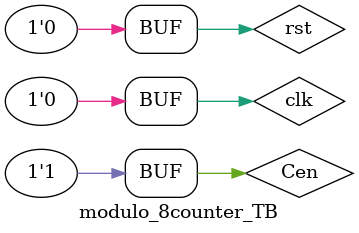
<source format=sv>
`timescale 1ns/1ns
module modulo_8counter_TB();
  logic clk=0,rst=1,Cen=1;
  wire Cout;
  wire [2:0]Cnt;

modulo_8counter test3(clk,rst,Cen,Cout,Cnt);
initial repeat (30) begin
 #104 clk = ~clk;
end
initial begin
#30 rst=0; 
   
end
endmodule

</source>
